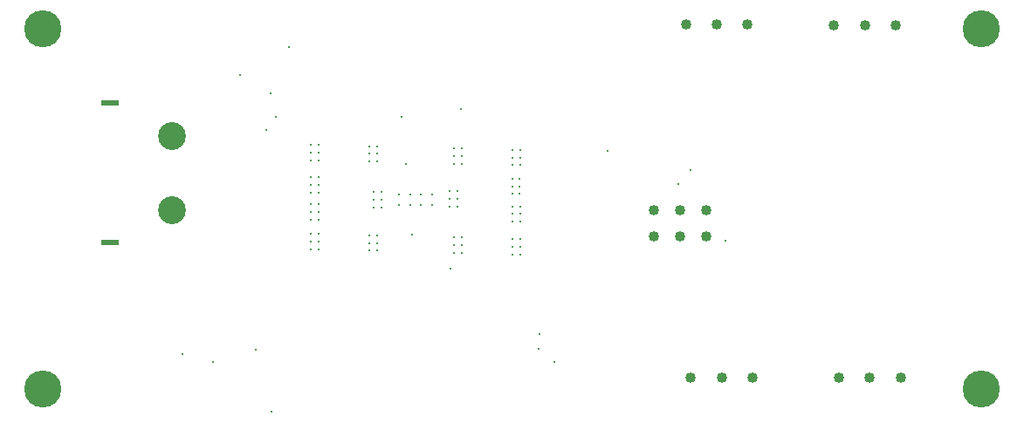
<source format=gbr>
%TF.GenerationSoftware,Altium Limited,Altium Designer,25.4.2 (15)*%
G04 Layer_Color=0*
%FSLAX45Y45*%
%MOMM*%
%TF.SameCoordinates,B4779AD4-EA5A-4B61-8BD4-7CBBBCF1F94B*%
%TF.FilePolarity,Positive*%
%TF.FileFunction,Plated,1,2,PTH,Drill*%
%TF.Part,Single*%
G01*
G75*
%TA.AperFunction,OtherDrill,Free Pad (95mm,39mm)*%
%ADD69C,3.60000*%
%TA.AperFunction,OtherDrill,Free Pad (95mm,4mm)*%
%ADD70C,3.60000*%
%TA.AperFunction,OtherDrill,Free Pad (4mm,39mm)*%
%ADD71C,3.60000*%
%TA.AperFunction,OtherDrill,Free Pad (4mm,4mm)*%
%ADD72C,3.60000*%
%TA.AperFunction,ComponentDrill*%
%ADD73C,1.02000*%
%ADD74R,1.70000X0.60000*%
%ADD75C,2.70000*%
%TA.AperFunction,ViaDrill,NotFilled*%
%ADD76C,0.30000*%
D69*
X9500000Y3900000D02*
D03*
D70*
Y400000D02*
D03*
D71*
X400000Y3900000D02*
D03*
D72*
Y400000D02*
D03*
D73*
X6832625Y2141000D02*
D03*
X6578625D02*
D03*
X6324625D02*
D03*
X6832625Y1887000D02*
D03*
X6578625D02*
D03*
X6324625D02*
D03*
X7234200Y3938300D02*
D03*
X6934200D02*
D03*
X6634200D02*
D03*
X8673126Y3931700D02*
D03*
X8373126D02*
D03*
X8073126D02*
D03*
X6681174Y515400D02*
D03*
X6981174D02*
D03*
X7281174D02*
D03*
X8120100Y509900D02*
D03*
X8420100D02*
D03*
X8720100D02*
D03*
D74*
X1054100Y1826300D02*
D03*
Y3176300D02*
D03*
D75*
X1654100Y2141300D02*
D03*
Y2861300D02*
D03*
D76*
X6680000Y2530000D02*
D03*
X5026400Y1710200D02*
D03*
X4951400D02*
D03*
X5026400Y1785200D02*
D03*
X4951400D02*
D03*
X5026400Y1860200D02*
D03*
X4951400D02*
D03*
X4461400Y2590200D02*
D03*
X4386400D02*
D03*
X4461400Y2665200D02*
D03*
X4386400D02*
D03*
X4461400Y2740200D02*
D03*
X4386400D02*
D03*
X4461400Y1725151D02*
D03*
X4386400D02*
D03*
X4461400Y1800151D02*
D03*
X4386400D02*
D03*
X4461400Y1875151D02*
D03*
X4386400D02*
D03*
X4951400Y2175249D02*
D03*
X5026400D02*
D03*
X4951400Y2100249D02*
D03*
X5026400D02*
D03*
X4951400Y2025249D02*
D03*
X5026400D02*
D03*
X4950000Y2445000D02*
D03*
X5025000D02*
D03*
X4950000Y2370000D02*
D03*
X5025000D02*
D03*
X4950000Y2295000D02*
D03*
X5025000D02*
D03*
X4420000Y2175000D02*
D03*
X4345000D02*
D03*
X4420000Y2250000D02*
D03*
X4345000D02*
D03*
X4420000Y2325000D02*
D03*
X4345000D02*
D03*
X4951400Y2575249D02*
D03*
Y2650249D02*
D03*
X5026400Y2575249D02*
D03*
Y2650249D02*
D03*
X4951400Y2725249D02*
D03*
X5026400D02*
D03*
X3977800Y1901007D02*
D03*
X3000000Y1759951D02*
D03*
X3075000D02*
D03*
X3000000Y1834951D02*
D03*
Y1909951D02*
D03*
X3075000Y1834951D02*
D03*
Y1909951D02*
D03*
X3680000Y2165000D02*
D03*
X3605000D02*
D03*
X3680000Y2240000D02*
D03*
X3605000D02*
D03*
X3680000Y2315000D02*
D03*
X3605000D02*
D03*
X3000000Y2195000D02*
D03*
X3075000D02*
D03*
X3000000Y2120000D02*
D03*
X3075000D02*
D03*
X3000000Y2045000D02*
D03*
X3075000D02*
D03*
X3000000Y2459951D02*
D03*
X3075000D02*
D03*
X3000000Y2384951D02*
D03*
X3075000D02*
D03*
X3000000Y2309951D02*
D03*
X3075000D02*
D03*
X3640000Y2610049D02*
D03*
X3565000D02*
D03*
X3640000Y2685049D02*
D03*
X3565000D02*
D03*
X3640000Y2760049D02*
D03*
X3565000D02*
D03*
X3640000Y1745000D02*
D03*
X3565000D02*
D03*
X3640000Y1820000D02*
D03*
X3565000D02*
D03*
X3640000Y1895000D02*
D03*
X3565000D02*
D03*
X3075000Y2625000D02*
D03*
X3000000D02*
D03*
X3075000Y2700000D02*
D03*
X3000000D02*
D03*
X3075000Y2775000D02*
D03*
X3000000D02*
D03*
X3880000Y3040000D02*
D03*
X2570000Y2920000D02*
D03*
X2655600Y3040000D02*
D03*
X2610000Y3270000D02*
D03*
X2790000Y3720000D02*
D03*
X4350000Y1575000D02*
D03*
X5207700Y794500D02*
D03*
X2467700Y784500D02*
D03*
X3851900Y2292600D02*
D03*
Y2192600D02*
D03*
X3959400Y2292600D02*
D03*
Y2192600D02*
D03*
X4067000Y2292600D02*
D03*
Y2192600D02*
D03*
X4174500Y2292600D02*
D03*
Y2192600D02*
D03*
X7023100Y1840900D02*
D03*
X2311400Y3449100D02*
D03*
X2046600Y665900D02*
D03*
X1752600Y744000D02*
D03*
X5219700Y934500D02*
D03*
X5357525Y665900D02*
D03*
X6565900Y2395000D02*
D03*
X5880100Y2712500D02*
D03*
X4457700Y3118900D02*
D03*
X3924300Y2585500D02*
D03*
X2616200Y185200D02*
D03*
%TF.MD5,4b00f07e2083d3f92445fb545ead0475*%
M02*

</source>
